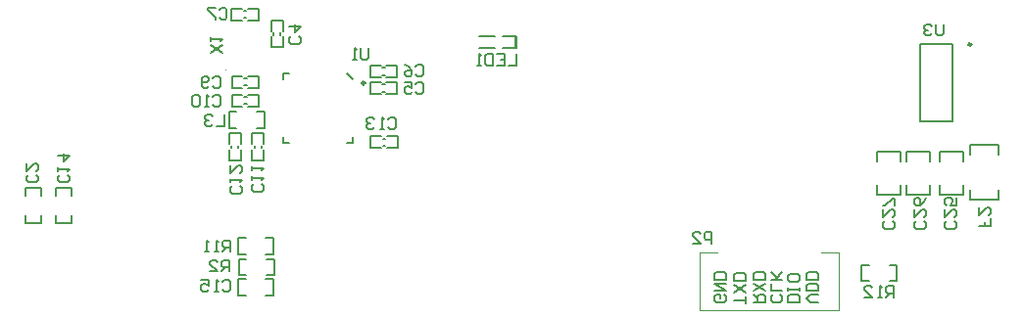
<source format=gbo>
G04 Layer_Color=32896*
%FSLAX44Y44*%
%MOMM*%
G71*
G01*
G75*
%ADD17C,0.2000*%
%ADD43C,0.2500*%
%ADD44C,0.1778*%
%ADD45C,0.1524*%
%ADD46C,0.1270*%
%ADD70C,0.1000*%
%ADD71R,0.1524X1.0414*%
D17*
X791000Y130500D02*
X819000D01*
X791000Y197500D02*
X819000D01*
X791000Y130500D02*
Y197500D01*
X819000Y130500D02*
Y197500D01*
X327069Y109954D02*
X329069D01*
X327069Y115954D02*
X329069D01*
X326460Y156659D02*
X328460D01*
X326460Y162659D02*
X328460D01*
X326460Y171040D02*
X328460D01*
X326460Y177040D02*
X328460D01*
X196000Y108000D02*
Y110000D01*
X202000Y108000D02*
Y110000D01*
X222000Y108000D02*
Y110000D01*
X216000Y108000D02*
Y110000D01*
X296062Y172088D02*
X301062Y167088D01*
X241062Y172088D02*
X246062D01*
X241062Y167088D02*
Y172088D01*
Y112088D02*
Y117088D01*
Y112088D02*
X246062D01*
X296062D02*
X301062D01*
Y117088D01*
X207000Y152000D02*
X209000D01*
X207000Y146000D02*
X209000D01*
X207000Y168000D02*
X209000D01*
X207000Y162000D02*
X209000D01*
X238384Y205661D02*
Y207661D01*
X232384Y205661D02*
Y207661D01*
X206706Y226245D02*
X208706D01*
X206706Y220245D02*
X208706D01*
D43*
X835250Y197500D02*
G03*
X835250Y197500I-1250J0D01*
G01*
X311312Y164088D02*
G03*
X311312Y164088I-1250J0D01*
G01*
D44*
X764443Y6326D02*
X771042D01*
Y-7508D02*
Y6326D01*
X764443Y-7508D02*
X771042D01*
X740572D02*
X747171D01*
X740572D02*
Y6326D01*
X747171D01*
X753840Y67364D02*
Y76000D01*
Y67364D02*
X764000D01*
X774160D01*
Y76000D01*
Y96320D02*
Y104956D01*
X764000D02*
X774160D01*
X753840D02*
X764000D01*
X753840Y96320D02*
Y104956D01*
X778840Y67204D02*
Y75840D01*
Y67204D02*
X789000D01*
X799160D01*
Y75840D01*
Y96160D02*
Y104796D01*
X789000D02*
X799160D01*
X778840D02*
X789000D01*
X778840Y96160D02*
Y104796D01*
X225848Y15880D02*
X232447D01*
Y29714D01*
X225848D02*
X232447D01*
X201976D02*
X208576D01*
X201976Y15880D02*
Y29714D01*
Y15880D02*
X208576D01*
X226140Y-2204D02*
X232739D01*
Y11631D01*
X226140D02*
X232739D01*
X202268D02*
X208867D01*
X202268Y-2204D02*
Y11631D01*
Y-2204D02*
X208867D01*
X44086Y42812D02*
Y49412D01*
Y42812D02*
X57920D01*
Y49412D01*
Y66684D02*
Y73283D01*
X44086D02*
X57920D01*
X44086Y66684D02*
Y73283D01*
X17953Y42888D02*
Y49488D01*
Y42888D02*
X31788D01*
Y49488D01*
Y66760D02*
Y73359D01*
X17953D02*
X31788D01*
X17953Y66760D02*
Y73359D01*
X201555Y-5774D02*
X208154D01*
X201555Y-19609D02*
Y-5774D01*
Y-19609D02*
X208154D01*
X225426D02*
X232026D01*
Y-5774D01*
X225426D02*
X232026D01*
X807840Y67044D02*
Y75680D01*
Y67044D02*
X818000D01*
X828160D01*
Y75680D01*
Y96000D02*
Y104636D01*
X818000D02*
X828160D01*
X807840D02*
X818000D01*
X807840Y96000D02*
Y104636D01*
X858558Y101800D02*
Y110800D01*
X834358D02*
X858558D01*
X834358Y101800D02*
Y110800D01*
Y62800D02*
Y71800D01*
Y62800D02*
X858558D01*
Y71800D01*
X217636Y138926D02*
X224235D01*
Y125091D02*
Y138926D01*
X217636Y125091D02*
X224235D01*
X193764D02*
X200364D01*
X193764D02*
Y138926D01*
X200364D01*
D45*
X339819Y107954D02*
Y117954D01*
X316319D02*
X316319Y107954D01*
X325569D01*
X330569D02*
X339819D01*
X316319Y117954D02*
X325569D01*
X330569D02*
X339819D01*
X339210Y154659D02*
Y164659D01*
X315710D02*
X315710Y154659D01*
X324960D01*
X329960D02*
X339210D01*
X315710Y164659D02*
X324960D01*
X329960D02*
X339210D01*
Y169039D02*
Y179039D01*
X315710D02*
X315710Y169039D01*
X324960D01*
X329960D02*
X339210D01*
X315710Y179039D02*
X324960D01*
X329960D02*
X339210D01*
X194000Y97250D02*
X204000D01*
X194000Y120750D02*
X204000Y120750D01*
X194000Y111500D02*
Y120750D01*
Y97250D02*
Y106500D01*
X204000Y111500D02*
Y120750D01*
Y97250D02*
Y106500D01*
X214000Y120750D02*
X224000D01*
X214000Y97250D02*
X224000Y97250D01*
Y106500D01*
Y111500D02*
Y120750D01*
X214000Y97250D02*
Y106500D01*
Y111500D02*
Y120750D01*
X196250Y144000D02*
Y154000D01*
X219750D02*
X219750Y144000D01*
X210500Y154000D02*
X219750D01*
X196250D02*
X205500D01*
X210500Y144000D02*
X219750D01*
X196250D02*
X205500D01*
X196250Y160000D02*
Y170000D01*
X219750D02*
X219750Y160000D01*
X210500Y170000D02*
X219750D01*
X196250D02*
X205500D01*
X210500Y160000D02*
X219750D01*
X196250D02*
X205500D01*
X230384Y218411D02*
X240384D01*
X230384Y194911D02*
X240384Y194911D01*
Y204161D01*
Y209161D02*
Y218411D01*
X230384Y194911D02*
Y204161D01*
Y209161D02*
Y218411D01*
X195956Y218245D02*
Y228245D01*
X219456D02*
X219456Y218245D01*
X210206Y228245D02*
X219456D01*
X195956D02*
X205206D01*
X210206Y218245D02*
X219456D01*
X195956D02*
X205206D01*
D46*
X430202Y204670D02*
X439092D01*
X430202Y194510D02*
X439092D01*
X414962Y204670D02*
X423852D01*
X414962Y194510D02*
X423852D01*
X410136D02*
X415724D01*
X410390Y204670D02*
X414962D01*
X439092Y194510D02*
X441886D01*
Y204670D01*
X439092D02*
X441886D01*
X811000Y214997D02*
Y206666D01*
X809334Y205000D01*
X806002D01*
X804335Y206666D01*
Y214997D01*
X801003Y213331D02*
X799337Y214997D01*
X796005D01*
X794339Y213331D01*
Y211665D01*
X796005Y209998D01*
X797671D01*
X796005D01*
X794339Y208332D01*
Y206666D01*
X796005Y205000D01*
X799337D01*
X801003Y206666D01*
X851997Y46665D02*
Y40000D01*
X846998D01*
Y43332D01*
Y40000D01*
X842000D01*
Y56661D02*
Y49997D01*
X848664Y56661D01*
X850331D01*
X851997Y54995D01*
Y51663D01*
X850331Y49997D01*
X820331Y44665D02*
X821997Y42998D01*
Y39666D01*
X820331Y38000D01*
X813666D01*
X812000Y39666D01*
Y42998D01*
X813666Y44665D01*
X812000Y54661D02*
Y47997D01*
X818664Y54661D01*
X820331D01*
X821997Y52995D01*
Y49663D01*
X820331Y47997D01*
X821997Y64658D02*
Y57994D01*
X816998D01*
X818664Y61326D01*
Y62992D01*
X816998Y64658D01*
X813666D01*
X812000Y62992D01*
Y59660D01*
X813666Y57994D01*
X187997Y190000D02*
X178000Y196665D01*
X187997D02*
X178000Y190000D01*
Y199997D02*
Y203329D01*
Y201663D01*
X187997D01*
X186331Y199997D01*
X314000Y193997D02*
Y185666D01*
X312334Y184000D01*
X309002D01*
X307335Y185666D01*
Y193997D01*
X304003Y184000D02*
X300671D01*
X302337D01*
Y193997D01*
X304003Y192331D01*
X768075Y-21178D02*
Y-11181D01*
X763077D01*
X761411Y-12847D01*
Y-16180D01*
X763077Y-17846D01*
X768075D01*
X764743D02*
X761411Y-21178D01*
X758078D02*
X754746D01*
X756412D01*
Y-11181D01*
X758078Y-12847D01*
X743083Y-21178D02*
X749748D01*
X743083Y-14513D01*
Y-12847D01*
X744749Y-11181D01*
X748082D01*
X749748Y-12847D01*
X611000Y25000D02*
Y34997D01*
X606002D01*
X604336Y33331D01*
Y29998D01*
X606002Y28332D01*
X611000D01*
X594339Y25000D02*
X601003D01*
X594339Y31665D01*
Y33331D01*
X596005Y34997D01*
X599337D01*
X601003Y33331D01*
X190000Y136997D02*
Y127000D01*
X183335D01*
X180003Y135331D02*
X178337Y136997D01*
X175005D01*
X173339Y135331D01*
Y133665D01*
X175005Y131998D01*
X176671D01*
X175005D01*
X173339Y130332D01*
Y128666D01*
X175005Y127000D01*
X178337D01*
X180003Y128666D01*
X767061Y44394D02*
X768727Y42728D01*
Y39396D01*
X767061Y37730D01*
X760396D01*
X758730Y39396D01*
Y42728D01*
X760396Y44394D01*
X758730Y54391D02*
Y47727D01*
X765395Y54391D01*
X767061D01*
X768727Y52725D01*
Y49393D01*
X767061Y47727D01*
X768727Y57724D02*
Y64388D01*
X767061D01*
X760396Y57724D01*
X758730D01*
X794331Y44665D02*
X795997Y42998D01*
Y39666D01*
X794331Y38000D01*
X787666D01*
X786000Y39666D01*
Y42998D01*
X787666Y44665D01*
X786000Y54661D02*
Y47997D01*
X792664Y54661D01*
X794331D01*
X795997Y52995D01*
Y49663D01*
X794331Y47997D01*
X795997Y64658D02*
X794331Y61326D01*
X790998Y57994D01*
X787666D01*
X786000Y59660D01*
Y62992D01*
X787666Y64658D01*
X789332D01*
X790998Y62992D01*
Y57994D01*
X331335Y132331D02*
X333002Y133997D01*
X336334D01*
X338000Y132331D01*
Y125666D01*
X336334Y124000D01*
X333002D01*
X331335Y125666D01*
X328003Y124000D02*
X324671D01*
X326337D01*
Y133997D01*
X328003Y132331D01*
X319673D02*
X318006Y133997D01*
X314674D01*
X313008Y132331D01*
Y130665D01*
X314674Y128998D01*
X316340D01*
X314674D01*
X313008Y127332D01*
Y125666D01*
X314674Y124000D01*
X318006D01*
X319673Y125666D01*
X203331Y74665D02*
X204997Y72998D01*
Y69666D01*
X203331Y68000D01*
X196666D01*
X195000Y69666D01*
Y72998D01*
X196666Y74665D01*
X195000Y77997D02*
Y81329D01*
Y79663D01*
X204997D01*
X203331Y77997D01*
X195000Y92992D02*
Y86327D01*
X201665Y92992D01*
X203331D01*
X204997Y91326D01*
Y87994D01*
X203331Y86327D01*
X222331Y76665D02*
X223997Y74998D01*
Y71666D01*
X222331Y70000D01*
X215666D01*
X214000Y71666D01*
Y74998D01*
X215666Y76665D01*
X214000Y79997D02*
Y83329D01*
Y81663D01*
X223997D01*
X222331Y79997D01*
X214000Y88327D02*
Y91660D01*
Y89994D01*
X223997D01*
X222331Y88327D01*
X180026Y151841D02*
X181692Y153507D01*
X185024D01*
X186690Y151841D01*
Y145176D01*
X185024Y143510D01*
X181692D01*
X180026Y145176D01*
X176693Y143510D02*
X173361D01*
X175027D01*
Y153507D01*
X176693Y151841D01*
X168363D02*
X166696Y153507D01*
X163364D01*
X161698Y151841D01*
Y145176D01*
X163364Y143510D01*
X166696D01*
X168363Y145176D01*
Y151841D01*
X180026Y168351D02*
X181692Y170017D01*
X185024D01*
X186690Y168351D01*
Y161686D01*
X185024Y160020D01*
X181692D01*
X180026Y161686D01*
X176693D02*
X175027Y160020D01*
X171695D01*
X170029Y161686D01*
Y168351D01*
X171695Y170017D01*
X175027D01*
X176693Y168351D01*
Y166684D01*
X175027Y165018D01*
X170029D01*
X185336Y227331D02*
X187002Y228997D01*
X190334D01*
X192000Y227331D01*
Y220666D01*
X190334Y219000D01*
X187002D01*
X185336Y220666D01*
X182003Y228997D02*
X175339D01*
Y227331D01*
X182003Y220666D01*
Y219000D01*
X355336Y178331D02*
X357002Y179997D01*
X360334D01*
X362000Y178331D01*
Y171666D01*
X360334Y170000D01*
X357002D01*
X355336Y171666D01*
X345339Y179997D02*
X348671Y178331D01*
X352003Y174998D01*
Y171666D01*
X350337Y170000D01*
X347005D01*
X345339Y171666D01*
Y173332D01*
X347005Y174998D01*
X352003D01*
X355336Y163331D02*
X357002Y164997D01*
X360334D01*
X362000Y163331D01*
Y156666D01*
X360334Y155000D01*
X357002D01*
X355336Y156666D01*
X345339Y164997D02*
X352003D01*
Y159998D01*
X348671Y161665D01*
X347005D01*
X345339Y159998D01*
Y156666D01*
X347005Y155000D01*
X350337D01*
X352003Y156666D01*
X254331Y204664D02*
X255997Y202998D01*
Y199666D01*
X254331Y198000D01*
X247666D01*
X246000Y199666D01*
Y202998D01*
X247666Y204664D01*
X246000Y212995D02*
X255997D01*
X250998Y207997D01*
Y214661D01*
X442000Y188997D02*
Y179000D01*
X435336D01*
X425339Y188997D02*
X432003D01*
Y179000D01*
X425339D01*
X432003Y183998D02*
X428671D01*
X422006Y188997D02*
Y179000D01*
X417008D01*
X415342Y180666D01*
Y187331D01*
X417008Y188997D01*
X422006D01*
X412010Y179000D02*
X408677D01*
X410344D01*
Y188997D01*
X412010Y187331D01*
X27331Y84664D02*
X28997Y82998D01*
Y79666D01*
X27331Y78000D01*
X20666D01*
X19000Y79666D01*
Y82998D01*
X20666Y84664D01*
X19000Y94661D02*
Y87997D01*
X25665Y94661D01*
X27331D01*
X28997Y92995D01*
Y89663D01*
X27331Y87997D01*
X54331Y84664D02*
X55997Y82998D01*
Y79666D01*
X54331Y78000D01*
X47666D01*
X46000Y79666D01*
Y82998D01*
X47666Y84664D01*
X46000Y87997D02*
Y91329D01*
Y89663D01*
X55997D01*
X54331Y87997D01*
X46000Y101326D02*
X55997D01*
X50998Y96327D01*
Y102992D01*
X187884Y-8237D02*
X189550Y-6571D01*
X192882D01*
X194548Y-8237D01*
Y-14901D01*
X192882Y-16567D01*
X189550D01*
X187884Y-14901D01*
X184552Y-16567D02*
X181219D01*
X182885D01*
Y-6571D01*
X184552Y-8237D01*
X169556Y-6571D02*
X176221D01*
Y-11569D01*
X172889Y-9903D01*
X171222D01*
X169556Y-11569D01*
Y-14901D01*
X171222Y-16567D01*
X174555D01*
X176221Y-14901D01*
X194000Y1000D02*
Y10997D01*
X189002D01*
X187335Y9331D01*
Y5998D01*
X189002Y4332D01*
X194000D01*
X190668D02*
X187335Y1000D01*
X177339D02*
X184003D01*
X177339Y7664D01*
Y9331D01*
X179005Y10997D01*
X182337D01*
X184003Y9331D01*
X195000Y18000D02*
Y27997D01*
X190002D01*
X188335Y26331D01*
Y22998D01*
X190002Y21332D01*
X195000D01*
X191668D02*
X188335Y18000D01*
X185003D02*
X181671D01*
X183337D01*
Y27997D01*
X185003Y26331D01*
X176673Y18000D02*
X173340D01*
X175006D01*
Y27997D01*
X176673Y26331D01*
X621331Y-19336D02*
X622997Y-21002D01*
Y-24334D01*
X621331Y-26000D01*
X614666D01*
X613000Y-24334D01*
Y-21002D01*
X614666Y-19336D01*
X617998D01*
Y-22668D01*
X613000Y-16003D02*
X622997D01*
X613000Y-9339D01*
X622997D01*
Y-6006D02*
X613000D01*
Y-1008D01*
X614666Y658D01*
X621331D01*
X622997Y-1008D01*
Y-6006D01*
X639997Y-27000D02*
Y-20336D01*
Y-23668D01*
X630000D01*
X639997Y-17003D02*
X630000Y-10339D01*
X639997D02*
X630000Y-17003D01*
X639997Y-7006D02*
X630000D01*
Y-2008D01*
X631666Y-342D01*
X638331D01*
X639997Y-2008D01*
Y-7006D01*
X647000Y-26000D02*
X656997D01*
Y-21002D01*
X655331Y-19336D01*
X651998D01*
X650332Y-21002D01*
Y-26000D01*
Y-22668D02*
X647000Y-19336D01*
X656997Y-16003D02*
X647000Y-9339D01*
X656997D02*
X647000Y-16003D01*
X656997Y-6006D02*
X647000D01*
Y-1008D01*
X648666Y658D01*
X655331D01*
X656997Y-1008D01*
Y-6006D01*
X670331Y-19336D02*
X671997Y-21002D01*
Y-24334D01*
X670331Y-26000D01*
X663666D01*
X662000Y-24334D01*
Y-21002D01*
X663666Y-19336D01*
X671997Y-16003D02*
X662000D01*
Y-9339D01*
X671997Y-6006D02*
X662000D01*
X665332D01*
X671997Y658D01*
X666998Y-4340D01*
X662000Y658D01*
X686997Y-26000D02*
X677000D01*
Y-21002D01*
X678666Y-19336D01*
X685331D01*
X686997Y-21002D01*
Y-26000D01*
Y-16003D02*
Y-12671D01*
Y-14337D01*
X677000D01*
Y-16003D01*
Y-12671D01*
X686997Y-2674D02*
Y-6006D01*
X685331Y-7673D01*
X678666D01*
X677000Y-6006D01*
Y-2674D01*
X678666Y-1008D01*
X685331D01*
X686997Y-2674D01*
X702997Y-26000D02*
X696332D01*
X693000Y-22668D01*
X696332Y-19336D01*
X702997D01*
Y-16003D02*
X693000D01*
Y-11005D01*
X694666Y-9339D01*
X701331D01*
X702997Y-11005D01*
Y-16003D01*
Y-6006D02*
X693000D01*
Y-1008D01*
X694666Y658D01*
X701331D01*
X702997Y-1008D01*
Y-6006D01*
D70*
X191040Y175443D02*
G03*
X191040Y175443I-500J0D01*
G01*
X600452Y17768D02*
X615452D01*
X705452D02*
X720452D01*
X600452Y-32232D02*
Y17768D01*
Y-32232D02*
X720452D01*
Y17768D01*
D71*
X441124Y199463D02*
D03*
M02*

</source>
